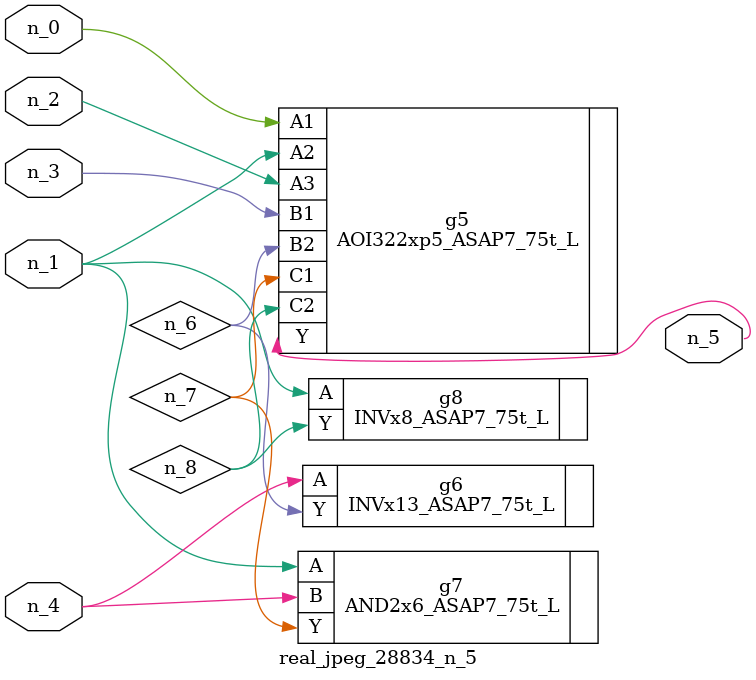
<source format=v>
module real_jpeg_28834_n_5 (n_4, n_0, n_1, n_2, n_3, n_5);

input n_4;
input n_0;
input n_1;
input n_2;
input n_3;

output n_5;

wire n_8;
wire n_6;
wire n_7;

AOI322xp5_ASAP7_75t_L g5 ( 
.A1(n_0),
.A2(n_1),
.A3(n_2),
.B1(n_3),
.B2(n_6),
.C1(n_7),
.C2(n_8),
.Y(n_5)
);

AND2x6_ASAP7_75t_L g7 ( 
.A(n_1),
.B(n_4),
.Y(n_7)
);

INVx8_ASAP7_75t_L g8 ( 
.A(n_1),
.Y(n_8)
);

INVx13_ASAP7_75t_L g6 ( 
.A(n_4),
.Y(n_6)
);


endmodule
</source>
